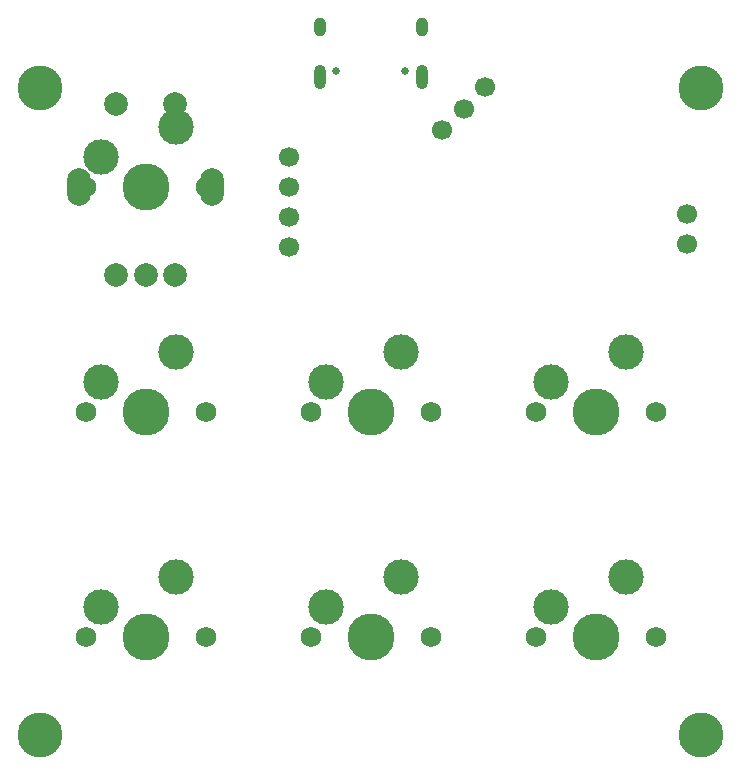
<source format=gbr>
G04 #@! TF.GenerationSoftware,KiCad,Pcbnew,(5.1.11)-1*
G04 #@! TF.CreationDate,2022-09-22T16:50:08+07:00*
G04 #@! TF.ProjectId,Satxri6key,53617478-7269-4366-9b65-792e6b696361,rev?*
G04 #@! TF.SameCoordinates,Original*
G04 #@! TF.FileFunction,Soldermask,Top*
G04 #@! TF.FilePolarity,Negative*
%FSLAX45Y45*%
G04 Gerber Fmt 4.5, Leading zero omitted, Abs format (unit mm)*
G04 Created by KiCad (PCBNEW (5.1.11)-1) date 2022-09-22 16:50:08*
%MOMM*%
%LPD*%
G01*
G04 APERTURE LIST*
%ADD10C,1.700000*%
%ADD11C,2.000000*%
%ADD12O,2.000000X3.200000*%
%ADD13C,1.750000*%
%ADD14C,3.000000*%
%ADD15C,3.987800*%
%ADD16C,3.800000*%
%ADD17O,1.000000X1.600000*%
%ADD18O,1.000000X2.100000*%
%ADD19C,0.650000*%
G04 APERTURE END LIST*
D10*
X25981600Y-10039400D03*
X25981600Y-9785400D03*
X25981600Y-9531400D03*
X25981600Y-9277400D03*
D11*
X24515104Y-10275040D03*
X24765104Y-10275040D03*
X25015104Y-10275040D03*
D12*
X24205104Y-9525040D03*
X25325104Y-9525040D03*
D11*
X24515104Y-8825040D03*
X25015104Y-8825040D03*
D13*
X25273104Y-9525040D03*
X24257104Y-9525040D03*
D14*
X24384104Y-9271040D03*
D15*
X24765104Y-9525040D03*
D14*
X25019104Y-9017040D03*
D10*
X27457400Y-8864600D03*
X27277795Y-9044205D03*
X27637005Y-8684995D03*
D16*
X23872051Y-8691570D03*
X29467993Y-14168449D03*
X29467993Y-8691570D03*
X23872051Y-14168449D03*
D10*
X29349029Y-10009229D03*
X29349029Y-9755229D03*
D13*
X29083000Y-13335000D03*
X28067000Y-13335000D03*
D14*
X28194000Y-13081000D03*
D15*
X28575000Y-13335000D03*
D14*
X28829000Y-12827000D03*
D13*
X29083000Y-11430000D03*
X28067000Y-11430000D03*
D14*
X28194000Y-11176000D03*
D15*
X28575000Y-11430000D03*
D14*
X28829000Y-10922000D03*
X26924000Y-12827000D03*
D15*
X26670000Y-13335000D03*
D14*
X26289000Y-13081000D03*
D13*
X26162000Y-13335000D03*
X27178000Y-13335000D03*
D14*
X26924000Y-10922000D03*
D15*
X26670000Y-11430000D03*
D14*
X26289000Y-11176000D03*
D13*
X26162000Y-11430000D03*
X27178000Y-11430000D03*
D14*
X25019000Y-12827000D03*
D15*
X24765000Y-13335000D03*
D14*
X24384000Y-13081000D03*
D13*
X24257000Y-13335000D03*
X25273000Y-13335000D03*
D14*
X25019000Y-10922000D03*
D15*
X24765000Y-11430000D03*
D14*
X24384000Y-11176000D03*
D13*
X24257000Y-11430000D03*
X25273000Y-11430000D03*
D17*
X27102112Y-8177689D03*
X26238112Y-8177689D03*
D18*
X27102112Y-8595690D03*
X26238112Y-8595690D03*
D19*
X26381112Y-8542690D03*
X26959112Y-8542690D03*
M02*

</source>
